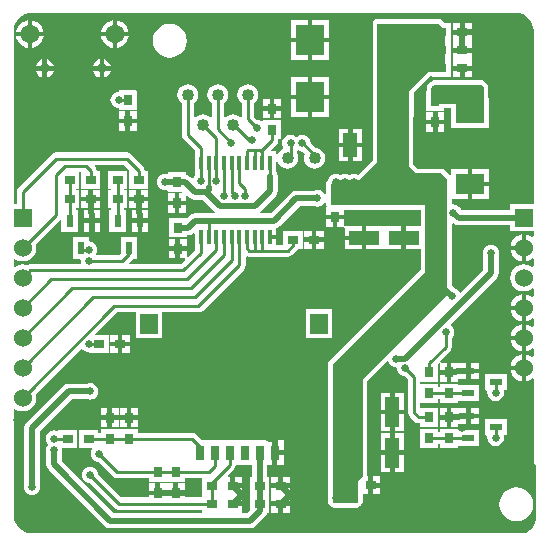
<source format=gbl>
%FSLAX25Y25*%
%MOIN*%
G70*
G01*
G75*
G04 Layer_Physical_Order=2*
G04 Layer_Color=16711680*
%ADD10R,0.03000X0.03500*%
%ADD11R,0.03500X0.03000*%
%ADD12R,0.02362X0.04299*%
%ADD13R,0.08661X0.04134*%
%ADD14R,0.04331X0.03937*%
%ADD15R,0.07874X0.07874*%
%ADD16R,0.02362X0.07874*%
%ADD17R,0.07874X0.02362*%
%ADD18R,0.03937X0.04331*%
%ADD19R,0.04134X0.08661*%
%ADD20R,0.11811X0.04213*%
%ADD21R,0.37008X0.27559*%
%ADD22R,0.01575X0.03937*%
%ADD23R,0.12992X0.07087*%
%ADD24C,0.01000*%
%ADD25C,0.01500*%
%ADD26C,0.02000*%
%ADD27C,0.04000*%
%ADD28C,0.03150*%
%ADD29C,0.07000*%
%ADD30C,0.06000*%
%ADD31R,0.06000X0.06000*%
%ADD32C,0.03150*%
%ADD33C,0.06299*%
%ADD34C,0.02500*%
%ADD35R,0.04299X0.02362*%
%ADD36R,0.04724X0.09843*%
%ADD37R,0.09843X0.04724*%
%ADD38R,0.09449X0.07087*%
%ADD39R,0.09449X0.10236*%
%ADD40R,0.05906X0.06693*%
%ADD41R,0.03150X0.05118*%
%ADD42R,0.04921X0.07874*%
%ADD43R,0.01181X0.04724*%
%ADD44O,0.01181X0.04724*%
%ADD45C,0.04000*%
G36*
X145587Y169740D02*
Y155740D01*
X140087D01*
X137087Y152740D01*
X133587Y149240D01*
Y124240D01*
X135961Y121866D01*
X144508D01*
X146508Y119866D01*
Y81366D01*
X138508Y73366D01*
X118276Y53135D01*
Y46868D01*
Y20868D01*
X117776Y20368D01*
X116776Y19368D01*
Y13868D01*
Y12368D01*
X116276Y11868D01*
X108776D01*
X108276Y12368D01*
Y21368D01*
Y41098D01*
Y43444D01*
Y44868D01*
Y58135D01*
X110508Y60366D01*
X139087Y88945D01*
Y111240D01*
X108087D01*
X107587Y111740D01*
Y118240D01*
X109087Y119740D01*
X117087D01*
X123087Y125740D01*
Y171740D01*
X143587D01*
X145587Y169740D01*
D02*
G37*
G36*
X105698Y112008D02*
X106057Y111859D01*
Y111740D01*
X106063Y111711D01*
Y110990D01*
X106063D01*
X106323Y110931D01*
X106087Y110490D01*
X106063D01*
Y107990D01*
X112063D01*
Y109711D01*
X137557D01*
Y104223D01*
X132640D01*
Y100360D01*
Y96498D01*
X137557D01*
Y89578D01*
X109426Y61448D01*
X109426Y61448D01*
X107195Y59216D01*
X106863Y58720D01*
X106747Y58135D01*
Y44868D01*
Y43444D01*
Y41098D01*
Y21368D01*
Y14491D01*
X106711Y14403D01*
X106616Y13685D01*
X106711Y12967D01*
X106747Y12879D01*
Y12368D01*
X106863Y11783D01*
X107195Y11287D01*
X107695Y10787D01*
X108191Y10455D01*
X108776Y10339D01*
X116276D01*
X116862Y10455D01*
X117358Y10787D01*
X117858Y11287D01*
X118189Y11783D01*
X118306Y12368D01*
Y13868D01*
Y14784D01*
X120159D01*
Y17783D01*
Y20784D01*
X119875D01*
X119806Y20868D01*
Y46868D01*
Y52501D01*
X126434Y59129D01*
X126924Y59032D01*
X127098Y58613D01*
X127539Y58039D01*
X128113Y57598D01*
X128782Y57321D01*
X129500Y57226D01*
X129734Y56992D01*
X129726Y56933D01*
X129821Y56215D01*
X130098Y55546D01*
X130539Y54972D01*
X131113Y54531D01*
X131782Y54254D01*
X132373Y54176D01*
X133461Y53088D01*
Y42000D01*
X133616Y41220D01*
X134058Y40558D01*
X135558Y39058D01*
X135558Y39058D01*
X135558D01*
X135558Y39058D01*
X135558D01*
X135558Y39058D01*
X135558D01*
Y39058D01*
X136220Y38616D01*
X137000Y38461D01*
X137500D01*
Y37250D01*
X143500D01*
Y43750D01*
X137539D01*
Y45250D01*
X143500D01*
Y46461D01*
X144000D01*
Y45250D01*
X150000D01*
Y45819D01*
X157150D01*
Y51181D01*
X150000D01*
Y51750D01*
X144000D01*
Y50539D01*
X143500D01*
Y51750D01*
X137539D01*
Y52250D01*
X143500D01*
Y58220D01*
X143916Y58498D01*
X144000Y58463D01*
Y56250D01*
X146250D01*
Y58750D01*
X144287D01*
X144240Y58863D01*
X144096Y59212D01*
X147442Y62558D01*
X147442Y62558D01*
X147707Y62955D01*
X147884Y63220D01*
X148039Y64000D01*
X148039D01*
Y64000D01*
X148039D01*
Y64000D01*
Y64000D01*
X148039D01*
X148039Y64000D01*
Y66947D01*
X148402Y67420D01*
X148679Y68089D01*
X148774Y68807D01*
X148679Y69525D01*
X148402Y70194D01*
X147961Y70768D01*
X147387Y71209D01*
X147375Y71270D01*
X162889Y86784D01*
X163442Y87611D01*
X163636Y88587D01*
Y94208D01*
X163766Y94522D01*
X163860Y95240D01*
X163766Y95958D01*
X163489Y96627D01*
X163048Y97202D01*
X162473Y97642D01*
X161804Y97919D01*
X161087Y98014D01*
X160369Y97919D01*
X159700Y97642D01*
X159125Y97202D01*
X158685Y96627D01*
X158407Y95958D01*
X158313Y95240D01*
X158407Y94522D01*
X158538Y94208D01*
Y89642D01*
X150944Y82049D01*
X150454Y82147D01*
X150410Y82253D01*
X149969Y82828D01*
X149395Y83268D01*
X149080Y83398D01*
X148037Y84442D01*
Y104926D01*
X148478Y105162D01*
X149251Y104645D01*
X150227Y104451D01*
X167500D01*
Y102500D01*
X175228D01*
Y100760D01*
X174780Y100539D01*
X174269Y100931D01*
X173175Y101384D01*
X172750Y101440D01*
Y96999D01*
Y92560D01*
X173175Y92616D01*
X174269Y93069D01*
X174780Y93461D01*
X175228Y93240D01*
Y90760D01*
X174780Y90539D01*
X174269Y90931D01*
X173175Y91384D01*
X172000Y91539D01*
X170825Y91384D01*
X169731Y90931D01*
X168791Y90209D01*
X168069Y89269D01*
X167616Y88175D01*
X167461Y87000D01*
X167616Y85825D01*
X168069Y84731D01*
X168791Y83791D01*
X169731Y83069D01*
X170825Y82616D01*
X172000Y82461D01*
X173175Y82616D01*
X174269Y83069D01*
X174780Y83461D01*
X175228Y83240D01*
Y80760D01*
X174780Y80539D01*
X174269Y80931D01*
X173175Y81384D01*
X172750Y81440D01*
Y76999D01*
Y72560D01*
X173175Y72616D01*
X174269Y73069D01*
X174780Y73461D01*
X175228Y73240D01*
Y70760D01*
X174780Y70539D01*
X174269Y70931D01*
X173175Y71384D01*
X172750Y71440D01*
Y66999D01*
Y62560D01*
X173175Y62616D01*
X174269Y63069D01*
X174780Y63461D01*
X175228Y63240D01*
Y60760D01*
X174780Y60539D01*
X174269Y60931D01*
X173175Y61384D01*
X172750Y61440D01*
Y56999D01*
Y52560D01*
X173175Y52616D01*
X174269Y53069D01*
X174780Y53461D01*
X175228Y53240D01*
Y25215D01*
X176146Y24297D01*
Y7874D01*
X176147Y7865D01*
X176017Y6536D01*
X175626Y5250D01*
X174993Y4064D01*
X174140Y3025D01*
X173101Y2173D01*
X172657Y1936D01*
X169436D01*
X169345Y1927D01*
X169300Y1936D01*
X149007D01*
X149006Y1937D01*
X7874D01*
X7821Y1927D01*
X6713Y2036D01*
X5596Y2375D01*
X4567Y2925D01*
X3665Y3665D01*
X2925Y4567D01*
X2375Y5596D01*
X2036Y6713D01*
X1927Y7821D01*
X1937Y7874D01*
Y43113D01*
X2386Y43334D01*
X2731Y43069D01*
X3825Y42616D01*
X5000Y42461D01*
X6175Y42616D01*
X7269Y43069D01*
X8209Y43791D01*
X8931Y44731D01*
X9384Y45825D01*
X9539Y47000D01*
X9384Y48175D01*
X9289Y48405D01*
X24227Y63344D01*
X24726Y63311D01*
X25035Y62909D01*
X25609Y62468D01*
X26278Y62191D01*
X26996Y62096D01*
X27140Y61970D01*
Y61866D01*
X33640D01*
Y67866D01*
X29403D01*
X29212Y68328D01*
X36345Y75461D01*
X42587D01*
Y66807D01*
X51492D01*
Y75461D01*
X63500D01*
X64280Y75616D01*
X64942Y76058D01*
X78627Y89743D01*
X79069Y90405D01*
X79224Y91185D01*
Y93929D01*
X79665Y94164D01*
X79720Y94128D01*
X80500Y93973D01*
X80500Y93973D01*
X93258D01*
X94039Y94128D01*
X94700Y94570D01*
X96529Y96398D01*
X96757Y96740D01*
X98337D01*
Y102740D01*
X91837D01*
Y98051D01*
X89512D01*
Y99813D01*
X87420D01*
Y101313D01*
X89512D01*
Y103635D01*
X89762Y103685D01*
X90589Y104238D01*
Y104238D01*
X90589D01*
Y104238D01*
Y104238D01*
Y104238D01*
X90589D01*
X97242Y110891D01*
X102154D01*
X102469Y110761D01*
X103187Y110666D01*
X103904Y110761D01*
X104574Y111038D01*
X105148Y111479D01*
X105584Y112047D01*
X105698Y112008D01*
D02*
G37*
G36*
X7874Y175228D02*
X169291D01*
X169345Y175239D01*
X170453Y175130D01*
X171569Y174791D01*
X172599Y174241D01*
X173501Y173501D01*
X174241Y172599D01*
X174791Y171569D01*
X175130Y170453D01*
X175239Y169345D01*
X175228Y169291D01*
Y111500D01*
X167500D01*
Y109549D01*
X151283D01*
X151019Y109813D01*
X150889Y110127D01*
X150448Y110702D01*
X149873Y111142D01*
X149205Y111419D01*
X148487Y111514D01*
X148413Y111504D01*
X148037Y111834D01*
Y113146D01*
X153250D01*
Y118188D01*
Y123232D01*
X147776D01*
Y121415D01*
X147314Y121223D01*
X145589Y122948D01*
X145093Y123279D01*
X144508Y123396D01*
X136594D01*
X135116Y124874D01*
Y140622D01*
X135287D01*
Y148778D01*
X138168Y151659D01*
X140720Y154211D01*
X141250D01*
Y153819D01*
X147750D01*
Y159819D01*
Y165819D01*
Y171819D01*
X145671D01*
X144668Y172822D01*
X144172Y173153D01*
X143587Y173270D01*
X123087D01*
X122501Y173153D01*
X122005Y172822D01*
X121674Y172325D01*
X121557Y171740D01*
Y126374D01*
X116567Y121383D01*
X116108Y121573D01*
X115390Y121667D01*
X114672Y121573D01*
X114003Y121296D01*
X113969Y121270D01*
X113811D01*
X113777Y121296D01*
X113108Y121573D01*
X112390Y121667D01*
X111672Y121573D01*
X111003Y121296D01*
X110969Y121270D01*
X110811D01*
X110777Y121296D01*
X110108Y121573D01*
X109390Y121667D01*
X108672Y121573D01*
X108003Y121296D01*
X107428Y120855D01*
X106988Y120281D01*
X106711Y119612D01*
X106698Y119514D01*
X106505Y119322D01*
X106174Y118825D01*
X106057Y118240D01*
Y115021D01*
X105698Y114872D01*
X105584Y114833D01*
X105148Y115401D01*
X104574Y115842D01*
X103904Y116119D01*
X103187Y116214D01*
X102469Y116119D01*
X102154Y115989D01*
X96187D01*
X95211Y115795D01*
X94384Y115243D01*
X87731Y108589D01*
X84253D01*
X84108Y109068D01*
X84302Y109198D01*
X89224Y114119D01*
X89776Y114946D01*
X89970Y115921D01*
X89970D01*
Y115921D01*
X89970D01*
Y115921D01*
Y115921D01*
X89970D01*
X89970Y115921D01*
Y121071D01*
X89776Y122046D01*
X89512Y122442D01*
Y125429D01*
X90002Y125527D01*
X90167Y125129D01*
X90728Y124398D01*
X91459Y123837D01*
X92311Y123484D01*
X93224Y123363D01*
X94138Y123484D01*
X94990Y123837D01*
X95721Y124398D01*
X96282Y125129D01*
X96634Y125980D01*
X96755Y126894D01*
X96634Y127807D01*
X96282Y128659D01*
X96264Y128682D01*
Y129255D01*
X96712Y129477D01*
X96775Y129429D01*
X97443Y129151D01*
X98035Y129074D01*
X98957Y128151D01*
X98814Y127807D01*
X98694Y126894D01*
X98814Y125980D01*
X99167Y125129D01*
X99728Y124398D01*
X100459Y123837D01*
X101311Y123484D01*
X102224Y123363D01*
X103138Y123484D01*
X103990Y123837D01*
X104721Y124398D01*
X105282Y125129D01*
X105634Y125980D01*
X105755Y126894D01*
X105634Y127807D01*
X105282Y128659D01*
X104721Y129390D01*
X103990Y129951D01*
X103138Y130304D01*
X102487Y130389D01*
X100918Y131957D01*
X100841Y132549D01*
X100564Y133218D01*
X100123Y133792D01*
X99548Y134233D01*
X98879Y134510D01*
X98161Y134604D01*
X97443Y134510D01*
X96775Y134233D01*
X96268Y133844D01*
X96186Y133855D01*
X95611Y134296D01*
X94942Y134573D01*
X94224Y134667D01*
X93506Y134573D01*
X92838Y134296D01*
X92263Y133855D01*
X91822Y133281D01*
X91545Y132612D01*
X91451Y131894D01*
X91545Y131176D01*
X91822Y130507D01*
X91700Y130051D01*
X91459Y129951D01*
X90728Y129390D01*
X90167Y128659D01*
X90002Y128261D01*
X89512Y128358D01*
Y129228D01*
X87907D01*
X87716Y129690D01*
X89450Y131424D01*
X89892Y132086D01*
X90047Y132866D01*
Y133116D01*
X91008D01*
Y139616D01*
X85008D01*
Y139363D01*
X84559Y139142D01*
X84395Y139268D01*
X83726Y139545D01*
X83135Y139623D01*
X82039Y140719D01*
Y145153D01*
X82496Y145504D01*
X83057Y146235D01*
X83410Y147086D01*
X83530Y148000D01*
X83410Y148914D01*
X83057Y149765D01*
X82496Y150496D01*
X81765Y151057D01*
X80914Y151410D01*
X80000Y151530D01*
X79086Y151410D01*
X78235Y151057D01*
X77504Y150496D01*
X76943Y149765D01*
X76590Y148914D01*
X76470Y148000D01*
X76590Y147086D01*
X76943Y146235D01*
X77504Y145504D01*
X77961Y145153D01*
Y140654D01*
X77496Y140496D01*
X76765Y141057D01*
X75914Y141410D01*
X75000Y141530D01*
X74086Y141410D01*
X73235Y141057D01*
X72504Y140496D01*
X72039Y140654D01*
Y145153D01*
X72496Y145504D01*
X73057Y146235D01*
X73410Y147086D01*
X73530Y148000D01*
X73410Y148914D01*
X73057Y149765D01*
X72496Y150496D01*
X71765Y151057D01*
X70914Y151410D01*
X70000Y151530D01*
X69086Y151410D01*
X68235Y151057D01*
X67504Y150496D01*
X66943Y149765D01*
X66590Y148914D01*
X66470Y148000D01*
X66590Y147086D01*
X66943Y146235D01*
X67504Y145504D01*
X67961Y145153D01*
Y140654D01*
X67496Y140496D01*
X66765Y141057D01*
X65914Y141410D01*
X65000Y141530D01*
X64086Y141410D01*
X63235Y141057D01*
X62504Y140496D01*
X62039Y140654D01*
Y145153D01*
X62496Y145504D01*
X63057Y146235D01*
X63410Y147086D01*
X63530Y148000D01*
X63410Y148914D01*
X63057Y149765D01*
X62496Y150496D01*
X61765Y151057D01*
X60914Y151410D01*
X60000Y151530D01*
X59086Y151410D01*
X58235Y151057D01*
X57504Y150496D01*
X56943Y149765D01*
X56590Y148914D01*
X56470Y148000D01*
X56590Y147086D01*
X56943Y146235D01*
X57504Y145504D01*
X57961Y145153D01*
Y134756D01*
X57961Y134756D01*
X57961D01*
X58116Y133976D01*
X58558Y133314D01*
X62351Y129522D01*
Y127602D01*
X62258Y127138D01*
Y123594D01*
X62351Y123130D01*
Y121226D01*
X61988Y120753D01*
X61790Y120276D01*
X61300Y120179D01*
X60739Y120739D01*
X59913Y121292D01*
X59390Y121396D01*
Y122187D01*
X53390D01*
Y121958D01*
X53014Y121629D01*
X52390Y121711D01*
X51672Y121616D01*
X51003Y121339D01*
X50428Y120898D01*
X49988Y120324D01*
X49711Y119655D01*
X49616Y118937D01*
X49711Y118219D01*
X49988Y117550D01*
X50428Y116976D01*
X51003Y116535D01*
X51672Y116258D01*
X52390Y116163D01*
X53014Y116245D01*
X53390Y115916D01*
Y115687D01*
X58186D01*
X58464Y115271D01*
X58429Y115187D01*
X57140D01*
Y112687D01*
X59390D01*
Y114226D01*
X59852Y114418D01*
X60612Y113657D01*
X60612D01*
X60612Y113657D01*
X60612Y113657D01*
X60612D01*
X60612Y113657D01*
Y113657D01*
X60612Y113657D01*
Y113657D01*
X61439Y113104D01*
X62415Y112910D01*
X65045D01*
X68758Y109198D01*
X68952Y109068D01*
X68807Y108589D01*
X62387D01*
X61411Y108395D01*
X60584Y107843D01*
X59689Y106948D01*
X59587Y106990D01*
Y106990D01*
X59587Y106990D01*
X53587D01*
Y100490D01*
X59587D01*
Y101191D01*
X60087D01*
X61062Y101385D01*
X61858Y101917D01*
X62299Y101681D01*
Y96701D01*
X62351D01*
Y96205D01*
X60049Y93903D01*
X59587Y94094D01*
Y95990D01*
X57337D01*
Y93490D01*
X58982D01*
X59174Y93028D01*
X57685Y91539D01*
X40600D01*
X40409Y92001D01*
X41738Y93331D01*
X42984D01*
Y100630D01*
X37622D01*
Y94982D01*
X37108Y94468D01*
X29665D01*
X29444Y94917D01*
X29492Y94979D01*
X29769Y95648D01*
X29864Y96366D01*
X29769Y97084D01*
X29492Y97753D01*
X29051Y98327D01*
X28477Y98768D01*
X27808Y99045D01*
X27090Y99140D01*
X26984Y99232D01*
Y100630D01*
X21622D01*
Y93331D01*
X24056D01*
X24385Y92955D01*
X24316Y92429D01*
X24384Y91915D01*
X24054Y91539D01*
X7500D01*
X6720Y91384D01*
X6511Y91245D01*
X6175Y91384D01*
X5000Y91539D01*
X3825Y91384D01*
X2731Y90931D01*
X2386Y90666D01*
X1937Y90887D01*
Y93113D01*
X2386Y93334D01*
X2731Y93069D01*
X3825Y92616D01*
X5000Y92461D01*
X6175Y92616D01*
X7269Y93069D01*
X8209Y93791D01*
X8931Y94731D01*
X9384Y95825D01*
X9539Y97000D01*
X9384Y98175D01*
X9289Y98405D01*
X17226Y106342D01*
X17724Y106293D01*
X17882Y106055D01*
Y102417D01*
X23244D01*
Y109716D01*
X22602D01*
Y110240D01*
X23813D01*
Y116240D01*
X22602D01*
Y116740D01*
X23813D01*
Y122201D01*
X24313D01*
Y116740D01*
X30813D01*
Y122740D01*
X29602D01*
X29447Y123521D01*
X29005Y124182D01*
X28948Y124239D01*
X29139Y124701D01*
X38718D01*
X40420Y122999D01*
X40313Y122740D01*
X40313D01*
X40313Y122740D01*
Y116740D01*
X46813D01*
Y122740D01*
X45602D01*
X45447Y123521D01*
X45005Y124182D01*
X41005Y128182D01*
X40343Y128624D01*
X39563Y128779D01*
X16000D01*
X15220Y128624D01*
X14558Y128182D01*
X3558Y117182D01*
X3116Y116521D01*
X2961Y115740D01*
Y111500D01*
X1937D01*
Y169291D01*
X1927Y169345D01*
X2036Y170453D01*
X2375Y171569D01*
X2925Y172599D01*
X3665Y173501D01*
X4567Y174241D01*
X5596Y174791D01*
X6713Y175130D01*
X7821Y175239D01*
X7874Y175228D01*
D02*
G37*
%LPC*%
G36*
X36640Y64116D02*
X34140D01*
Y61866D01*
X36640D01*
Y64116D01*
D02*
G37*
G36*
X40640D02*
X38140D01*
Y61866D01*
X40640D01*
Y64116D01*
D02*
G37*
G36*
X171250Y66250D02*
X167560D01*
X167616Y65825D01*
X168069Y64731D01*
X168791Y63791D01*
X169731Y63069D01*
X170825Y62616D01*
X171250Y62560D01*
Y66250D01*
D02*
G37*
G36*
X108185Y76500D02*
X99279D01*
Y66807D01*
X108185D01*
Y76500D01*
D02*
G37*
G36*
X171250Y71440D02*
X170825Y71384D01*
X169731Y70931D01*
X168791Y70209D01*
X168069Y69269D01*
X167616Y68175D01*
X167560Y67750D01*
X171250D01*
Y71440D01*
D02*
G37*
G36*
X36640Y67866D02*
X34140D01*
Y65616D01*
X36640D01*
Y67866D01*
D02*
G37*
G36*
X40640D02*
X38140D01*
Y65616D01*
X40640D01*
Y67866D01*
D02*
G37*
G36*
X27390Y51896D02*
X26672Y51801D01*
X26357Y51671D01*
X20264D01*
X19288Y51477D01*
X18461Y50924D01*
X6205Y38669D01*
X5653Y37842D01*
X5459Y36866D01*
Y18398D01*
X5329Y18084D01*
X5234Y17366D01*
X5329Y16648D01*
X5606Y15979D01*
X6047Y15405D01*
X6621Y14964D01*
X7290Y14687D01*
X8008Y14592D01*
X8726Y14687D01*
X9395Y14964D01*
X9969Y15405D01*
X10410Y15979D01*
X10687Y16648D01*
X10782Y17366D01*
X10687Y18084D01*
X10557Y18398D01*
Y35810D01*
X21320Y46573D01*
X26357D01*
X26672Y46443D01*
X27390Y46348D01*
X28108Y46443D01*
X28777Y46720D01*
X29351Y47161D01*
X29792Y47735D01*
X30069Y48404D01*
X30163Y49122D01*
X30069Y49840D01*
X29792Y50509D01*
X29351Y51083D01*
X28777Y51524D01*
X28108Y51801D01*
X27390Y51896D01*
D02*
G37*
G36*
X146250Y54750D02*
X144000D01*
Y52250D01*
X146250D01*
Y54750D01*
D02*
G37*
G36*
X132032Y48661D02*
X128919D01*
Y42990D01*
X132032D01*
Y48661D01*
D02*
G37*
G36*
X166236Y54921D02*
X158937D01*
Y49559D01*
X159541D01*
X159871Y49183D01*
X159813Y48740D01*
X159907Y48022D01*
X160185Y47353D01*
X160625Y46779D01*
X161200Y46338D01*
X161869Y46061D01*
X162587Y45966D01*
X163304Y46061D01*
X163973Y46338D01*
X164548Y46779D01*
X164989Y47353D01*
X165266Y48022D01*
X165360Y48740D01*
X165266Y49458D01*
X165333Y49559D01*
X166236D01*
Y54921D01*
D02*
G37*
G36*
X150000Y58750D02*
X147750D01*
Y55499D01*
Y52250D01*
X150000D01*
Y53299D01*
X152750D01*
Y55979D01*
Y58661D01*
X150000D01*
Y58750D01*
D02*
G37*
G36*
X157150Y58661D02*
X154250D01*
Y56730D01*
X157150D01*
Y58661D01*
D02*
G37*
G36*
X171250Y61440D02*
X170825Y61384D01*
X169731Y60931D01*
X168791Y60209D01*
X168069Y59269D01*
X167616Y58175D01*
X167560Y57750D01*
X171250D01*
Y61440D01*
D02*
G37*
G36*
Y56250D02*
X167560D01*
X167616Y55825D01*
X168069Y54731D01*
X168791Y53791D01*
X169731Y53069D01*
X170825Y52616D01*
X171250Y52560D01*
Y56250D01*
D02*
G37*
G36*
X157150Y55230D02*
X154250D01*
Y53299D01*
X157150D01*
Y55230D01*
D02*
G37*
G36*
X105337Y102740D02*
X102837D01*
Y100490D01*
X105337D01*
Y102740D01*
D02*
G37*
G36*
X112063Y106490D02*
X109813D01*
Y103990D01*
X111989D01*
X112343Y103637D01*
Y101053D01*
X118014D01*
Y104165D01*
X112343D01*
D01*
X112343D01*
X112063Y104445D01*
Y106490D01*
D02*
G37*
G36*
X171250Y101440D02*
X170825Y101384D01*
X169731Y100931D01*
X168791Y100209D01*
X168069Y99269D01*
X167616Y98175D01*
X167560Y97750D01*
X171250D01*
Y101440D01*
D02*
G37*
G36*
X101337Y102740D02*
X98837D01*
Y100490D01*
X101337D01*
Y102740D01*
D02*
G37*
G36*
X39813Y122740D02*
X33313D01*
Y116740D01*
X34524D01*
Y116240D01*
X33313D01*
Y110240D01*
X34524D01*
Y109717D01*
X33882D01*
Y102417D01*
X39244D01*
Y109717D01*
X38602D01*
Y110240D01*
X39813D01*
Y116240D01*
X38602D01*
Y116740D01*
X39813D01*
Y122740D01*
D02*
G37*
G36*
X43293Y105317D02*
X41362D01*
Y102417D01*
X43293D01*
Y105317D01*
D02*
G37*
G36*
X27293Y105317D02*
X25362D01*
Y102417D01*
X27293D01*
Y105317D01*
D02*
G37*
G36*
X30724D02*
X28793D01*
Y102417D01*
X30724D01*
Y105317D01*
D02*
G37*
G36*
X59587Y99990D02*
X57337D01*
Y97490D01*
X59587D01*
Y99990D01*
D02*
G37*
G36*
X171250Y96250D02*
X167560D01*
X167616Y95825D01*
X168069Y94731D01*
X168791Y93791D01*
X169731Y93069D01*
X170825Y92616D01*
X171250Y92560D01*
Y96250D01*
D02*
G37*
G36*
X55837Y95990D02*
X53587D01*
Y93490D01*
X55837D01*
Y95990D01*
D02*
G37*
G36*
X171250Y76250D02*
X167560D01*
X167616Y75825D01*
X168069Y74731D01*
X168791Y73791D01*
X169731Y73069D01*
X170825Y72616D01*
X171250Y72560D01*
Y76250D01*
D02*
G37*
G36*
Y81440D02*
X170825Y81384D01*
X169731Y80931D01*
X168791Y80209D01*
X168069Y79269D01*
X167616Y78175D01*
X167560Y77750D01*
X171250D01*
Y81440D01*
D02*
G37*
G36*
X105337Y98990D02*
X102837D01*
Y96740D01*
X105337D01*
Y98990D01*
D02*
G37*
G36*
X55837Y99990D02*
X53587D01*
Y97490D01*
X55837D01*
Y99990D01*
D02*
G37*
G36*
X118014Y99553D02*
X112343D01*
Y96441D01*
X118014D01*
Y99553D01*
D02*
G37*
G36*
X101337Y98990D02*
X98837D01*
Y96740D01*
X101337D01*
Y98990D01*
D02*
G37*
G36*
X127419Y48661D02*
X124307D01*
Y42990D01*
X127419D01*
Y48661D01*
D02*
G37*
G36*
X132032Y27990D02*
X128919D01*
Y22319D01*
X132032D01*
Y27990D01*
D02*
G37*
G36*
X91965D02*
X89640D01*
Y24681D01*
X91965D01*
Y27990D01*
D02*
G37*
G36*
X124160Y20784D02*
X121660D01*
Y18533D01*
X124160D01*
Y20784D01*
D02*
G37*
G36*
X127419Y27990D02*
X124307D01*
Y22319D01*
X127419D01*
Y27990D01*
D02*
G37*
G36*
X132032Y35161D02*
X128919D01*
Y29490D01*
X132032D01*
Y35161D01*
D02*
G37*
G36*
X166236Y39921D02*
X158937D01*
Y34559D01*
X159541D01*
X159871Y34183D01*
X159813Y33740D01*
X159907Y33022D01*
X160185Y32353D01*
X160625Y31779D01*
X161200Y31338D01*
X161869Y31061D01*
X162587Y30966D01*
X163304Y31061D01*
X163973Y31338D01*
X164548Y31779D01*
X164989Y32353D01*
X165266Y33022D01*
X165360Y33740D01*
X165266Y34458D01*
X165333Y34559D01*
X166236D01*
Y39921D01*
D02*
G37*
G36*
X91965Y32799D02*
X89640D01*
Y29490D01*
X91965D01*
Y32799D01*
D02*
G37*
G36*
X127419Y35161D02*
X124307D01*
Y29490D01*
X127419D01*
Y35161D01*
D02*
G37*
G36*
X94140Y20740D02*
X91640D01*
Y18490D01*
X94140D01*
Y20740D01*
D02*
G37*
G36*
Y10990D02*
X91640D01*
Y8740D01*
X94140D01*
Y10990D01*
D02*
G37*
G36*
Y16990D02*
X87640D01*
Y14740D01*
Y12490D01*
X94140D01*
Y14740D01*
Y16990D01*
D02*
G37*
G36*
X169500Y17148D02*
X168038Y16956D01*
X166676Y16392D01*
X165506Y15494D01*
X164608Y14324D01*
X164044Y12962D01*
X163852Y11500D01*
X164044Y10038D01*
X164608Y8676D01*
X165506Y7506D01*
X166676Y6608D01*
X168038Y6044D01*
X169500Y5852D01*
X170962Y6044D01*
X172324Y6608D01*
X173494Y7506D01*
X174392Y8676D01*
X174956Y10038D01*
X175148Y11500D01*
X174956Y12962D01*
X174392Y14324D01*
X173494Y15494D01*
X172324Y16392D01*
X170962Y16956D01*
X169500Y17148D01*
D02*
G37*
G36*
X90140Y10990D02*
X87640D01*
Y8740D01*
X90140D01*
Y10990D01*
D02*
G37*
G36*
X58890Y18490D02*
X56640D01*
Y15990D01*
X58890D01*
Y18490D01*
D02*
G37*
G36*
X90140Y20740D02*
X87640D01*
Y18490D01*
X90140D01*
Y20740D01*
D02*
G37*
G36*
X124160Y17033D02*
X121660D01*
Y14784D01*
X124160D01*
Y17033D01*
D02*
G37*
G36*
X49140Y18490D02*
X46890D01*
Y15990D01*
X49140D01*
Y18490D01*
D02*
G37*
G36*
X33140Y43624D02*
X30890D01*
Y41124D01*
X33140D01*
Y43624D01*
D02*
G37*
G36*
X36890D02*
X34640D01*
Y41124D01*
X36890D01*
Y43624D01*
D02*
G37*
G36*
X150000Y43750D02*
X147750D01*
Y40499D01*
Y37250D01*
X150000D01*
Y38299D01*
X152750D01*
Y40979D01*
Y43661D01*
X150000D01*
Y43750D01*
D02*
G37*
G36*
X157150Y40230D02*
X154250D01*
Y38299D01*
X157150D01*
Y40230D01*
D02*
G37*
G36*
X146250Y43750D02*
X144000D01*
Y41250D01*
X146250D01*
Y43750D01*
D02*
G37*
G36*
X157150Y43661D02*
X154250D01*
Y41730D01*
X157150D01*
Y43661D01*
D02*
G37*
G36*
X39640Y43624D02*
X37390D01*
Y41124D01*
X39640D01*
Y43624D01*
D02*
G37*
G36*
X43390D02*
X41140D01*
Y41124D01*
X43390D01*
Y43624D01*
D02*
G37*
G36*
X146250Y39750D02*
X144000D01*
Y37250D01*
X146250D01*
Y39750D01*
D02*
G37*
G36*
X127419Y41490D02*
X124307D01*
Y35819D01*
X127419D01*
Y41490D01*
D02*
G37*
G36*
X132032D02*
X128919D01*
Y35819D01*
X132032D01*
Y41490D01*
D02*
G37*
G36*
X43390Y36624D02*
X37390D01*
Y35413D01*
X36890D01*
Y36624D01*
X30890D01*
Y35413D01*
X30140D01*
Y36374D01*
X23640D01*
Y30374D01*
X27893D01*
X28114Y29926D01*
X27988Y29761D01*
X27711Y29092D01*
X27616Y28374D01*
X27711Y27656D01*
X27988Y26987D01*
X28428Y26413D01*
X29003Y25972D01*
X29672Y25695D01*
X30263Y25617D01*
X35082Y20798D01*
D01*
X35082Y20798D01*
X35082Y20798D01*
D01*
D01*
D01*
X35082Y20798D01*
Y20798D01*
X35743Y20356D01*
X36524Y20201D01*
X46890D01*
Y18990D01*
X58890D01*
Y20201D01*
X64640D01*
Y14740D01*
Y13779D01*
X58890D01*
Y14490D01*
X55889D01*
Y15239D01*
X55140D01*
Y18490D01*
X50640D01*
Y15239D01*
X49891D01*
Y14490D01*
X46890D01*
Y13779D01*
X37734D01*
X30147Y21367D01*
X30069Y21958D01*
X29792Y22627D01*
X29351Y23201D01*
X28777Y23642D01*
X28108Y23919D01*
X27390Y24014D01*
X26672Y23919D01*
X26003Y23642D01*
X25429Y23201D01*
X24988Y22627D01*
X24711Y21958D01*
X24616Y21240D01*
X24711Y20522D01*
X24988Y19853D01*
X25429Y19279D01*
X26003Y18838D01*
X26672Y18561D01*
X27263Y18483D01*
X35448Y10298D01*
X36109Y9856D01*
X36890Y9701D01*
X64640D01*
Y8740D01*
D01*
Y8740D01*
X64540Y8640D01*
X35222D01*
X17939Y25924D01*
Y28405D01*
X18069Y28719D01*
X18164Y29437D01*
X18069Y30155D01*
X18215Y30374D01*
X23140D01*
Y36374D01*
X16640D01*
Y36283D01*
X16224Y36005D01*
X16108Y36053D01*
X15390Y36148D01*
X14672Y36053D01*
X14003Y35776D01*
X13429Y35335D01*
X12988Y34761D01*
X12711Y34092D01*
X12616Y33374D01*
X12711Y32656D01*
X12988Y31987D01*
X13429Y31413D01*
Y31398D01*
X12988Y30824D01*
X12711Y30155D01*
X12616Y29437D01*
X12711Y28719D01*
X12841Y28405D01*
Y24868D01*
X12841Y24868D01*
X12841D01*
X13035Y23892D01*
X13587Y23065D01*
X32364Y4289D01*
X33191Y3736D01*
X34166Y3542D01*
X80741D01*
X81716Y3736D01*
X82543Y4289D01*
X85692Y7438D01*
X86245Y8265D01*
X86339Y8740D01*
X87140D01*
Y14740D01*
Y20740D01*
X86439D01*
Y24681D01*
X88140D01*
Y28739D01*
Y32799D01*
X64715D01*
X62698Y34816D01*
X62036Y35258D01*
X61256Y35413D01*
X43390D01*
Y36624D01*
D02*
G37*
G36*
X150000Y36750D02*
X144000D01*
Y35539D01*
X143500D01*
Y36750D01*
X137500D01*
Y30250D01*
X143500D01*
Y31461D01*
X144000D01*
Y30250D01*
X150000D01*
Y30819D01*
X157150D01*
Y36181D01*
X150000D01*
Y36750D01*
D02*
G37*
G36*
X39640Y39624D02*
X37390D01*
Y37124D01*
X39640D01*
Y39624D01*
D02*
G37*
G36*
X43390D02*
X41140D01*
Y37124D01*
X43390D01*
Y39624D01*
D02*
G37*
G36*
X33140D02*
X30890D01*
Y37124D01*
X33140D01*
Y39624D01*
D02*
G37*
G36*
X36890D02*
X34640D01*
Y37124D01*
X36890D01*
Y39624D01*
D02*
G37*
G36*
X46724Y105317D02*
X44793D01*
Y102417D01*
X46724D01*
Y105317D01*
D02*
G37*
G36*
X150750Y156069D02*
X148250D01*
Y153819D01*
X150750D01*
Y156069D01*
D02*
G37*
G36*
X154750D02*
X152250D01*
Y153819D01*
X154750D01*
Y156069D01*
D02*
G37*
G36*
X30585Y156023D02*
X28333D01*
X28340Y155970D01*
X28650Y155222D01*
X29142Y154579D01*
X29785Y154087D01*
X30533Y153777D01*
X30585Y153770D01*
Y156023D01*
D02*
G37*
G36*
X34338D02*
X32085D01*
Y153770D01*
X32138Y153777D01*
X32886Y154087D01*
X33528Y154579D01*
X34021Y155222D01*
X34331Y155970D01*
X34338Y156023D01*
D02*
G37*
G36*
X30585Y159775D02*
X30533Y159768D01*
X29785Y159458D01*
X29142Y158965D01*
X28650Y158323D01*
X28340Y157575D01*
X28333Y157522D01*
X30585D01*
Y159775D01*
D02*
G37*
G36*
X32085D02*
Y157522D01*
X34338D01*
X34331Y157575D01*
X34021Y158323D01*
X33528Y158965D01*
X32886Y159458D01*
X32138Y159768D01*
X32085Y159775D01*
D02*
G37*
G36*
X11491D02*
X11438Y159768D01*
X10690Y159458D01*
X10048Y158965D01*
X9555Y158323D01*
X9245Y157575D01*
X9238Y157522D01*
X11491D01*
Y159775D01*
D02*
G37*
G36*
X12991D02*
Y157522D01*
X15244D01*
X15237Y157575D01*
X14927Y158323D01*
X14434Y158965D01*
X13792Y159458D01*
X13044Y159768D01*
X12991Y159775D01*
D02*
G37*
G36*
X15244Y156023D02*
X12991D01*
Y153770D01*
X13044Y153777D01*
X13792Y154087D01*
X14434Y154579D01*
X14927Y155222D01*
X15237Y155970D01*
X15244Y156023D01*
D02*
G37*
G36*
X42890Y149490D02*
X36890D01*
Y149003D01*
X36255Y148919D01*
X35586Y148642D01*
X35011Y148202D01*
X34570Y147627D01*
X34293Y146958D01*
X34199Y146240D01*
X34293Y145522D01*
X34570Y144853D01*
X35011Y144279D01*
X35586Y143838D01*
X36255Y143561D01*
X36890Y143477D01*
Y142990D01*
X42890D01*
Y149490D01*
D02*
G37*
G36*
X87258Y146616D02*
X85008D01*
Y144116D01*
X87258D01*
Y146616D01*
D02*
G37*
G36*
X99967Y146490D02*
X94492D01*
Y140622D01*
X99967D01*
Y146490D01*
D02*
G37*
G36*
X106941D02*
X101467D01*
Y140622D01*
X106941D01*
Y146490D01*
D02*
G37*
G36*
Y153858D02*
X101467D01*
Y147990D01*
X106941D01*
Y153858D01*
D02*
G37*
G36*
X11491Y156023D02*
X9238D01*
X9245Y155970D01*
X9555Y155222D01*
X10048Y154579D01*
X10690Y154087D01*
X11438Y153777D01*
X11491Y153770D01*
Y156023D01*
D02*
G37*
G36*
X91008Y146616D02*
X88758D01*
Y144116D01*
X91008D01*
Y146616D01*
D02*
G37*
G36*
X99967Y153858D02*
X94492D01*
Y147990D01*
X99967D01*
Y153858D01*
D02*
G37*
G36*
X6570Y172781D02*
X6106Y172720D01*
X4975Y172251D01*
X4004Y171506D01*
X3258Y170535D01*
X2790Y169404D01*
X2729Y168940D01*
X6570D01*
Y172781D01*
D02*
G37*
G36*
X8070D02*
Y168940D01*
X11911D01*
X11850Y169404D01*
X11381Y170535D01*
X10636Y171506D01*
X9665Y172251D01*
X8534Y172720D01*
X8070Y172781D01*
D02*
G37*
G36*
X99967Y172858D02*
X94492D01*
Y166990D01*
X99967D01*
Y172858D01*
D02*
G37*
G36*
X106941D02*
X101467D01*
Y166990D01*
X106941D01*
Y172858D01*
D02*
G37*
G36*
X150750Y171819D02*
X148250D01*
Y169569D01*
X150750D01*
Y171819D01*
D02*
G37*
G36*
X154750D02*
X152250D01*
Y169569D01*
X154750D01*
Y171819D01*
D02*
G37*
G36*
X34916Y172781D02*
X34452Y172720D01*
X33321Y172251D01*
X32350Y171506D01*
X31605Y170535D01*
X31136Y169404D01*
X31075Y168940D01*
X34916D01*
Y172781D01*
D02*
G37*
G36*
X36416D02*
Y168940D01*
X40257D01*
X40196Y169404D01*
X39728Y170535D01*
X38982Y171506D01*
X38011Y172251D01*
X36880Y172720D01*
X36416Y172781D01*
D02*
G37*
G36*
X40257Y167440D02*
X36416D01*
Y163599D01*
X36880Y163660D01*
X38011Y164128D01*
X38982Y164874D01*
X39728Y165845D01*
X40196Y166976D01*
X40257Y167440D01*
D02*
G37*
G36*
X106941Y165490D02*
X101467D01*
Y159622D01*
X106941D01*
Y165490D01*
D02*
G37*
G36*
X54000Y171648D02*
X52538Y171456D01*
X51176Y170892D01*
X50006Y169994D01*
X49108Y168824D01*
X48544Y167462D01*
X48352Y166000D01*
X48544Y164538D01*
X49108Y163176D01*
X50006Y162006D01*
X51176Y161108D01*
X52538Y160544D01*
X54000Y160352D01*
X55462Y160544D01*
X56824Y161108D01*
X57994Y162006D01*
X58892Y163176D01*
X59456Y164538D01*
X59648Y166000D01*
X59456Y167462D01*
X58892Y168824D01*
X57994Y169994D01*
X56824Y170892D01*
X55462Y171456D01*
X54000Y171648D01*
D02*
G37*
G36*
X154750Y162069D02*
X148250D01*
Y159819D01*
Y157569D01*
X154750D01*
Y159819D01*
Y162069D01*
D02*
G37*
G36*
X99967Y165490D02*
X94492D01*
Y159622D01*
X99967D01*
Y165490D01*
D02*
G37*
G36*
X11911Y167440D02*
X8070D01*
Y163599D01*
X8534Y163660D01*
X9665Y164128D01*
X10636Y164874D01*
X11381Y165845D01*
X11850Y166976D01*
X11911Y167440D01*
D02*
G37*
G36*
X34916D02*
X31075D01*
X31136Y166976D01*
X31605Y165845D01*
X32350Y164874D01*
X33321Y164128D01*
X34452Y163660D01*
X34916Y163599D01*
Y167440D01*
D02*
G37*
G36*
X154750Y168069D02*
X148250D01*
Y165819D01*
Y163569D01*
X154750D01*
Y165819D01*
Y168069D01*
D02*
G37*
G36*
X6570Y167440D02*
X2729D01*
X2790Y166976D01*
X3258Y165845D01*
X4004Y164874D01*
X4975Y164128D01*
X6106Y163660D01*
X6570Y163599D01*
Y167440D01*
D02*
G37*
G36*
X46813Y112490D02*
X44313D01*
Y110240D01*
X46813D01*
Y112490D01*
D02*
G37*
G36*
X55640Y115187D02*
X53390D01*
Y112687D01*
X55640D01*
Y115187D01*
D02*
G37*
G36*
X30813Y112490D02*
X28313D01*
Y110240D01*
X30813D01*
Y112490D01*
D02*
G37*
G36*
X42813D02*
X40313D01*
Y110240D01*
X42813D01*
Y112490D01*
D02*
G37*
G36*
X30813Y116240D02*
X28313D01*
Y113990D01*
X30813D01*
Y116240D01*
D02*
G37*
G36*
X42813D02*
X40313D01*
Y113990D01*
X42813D01*
Y116240D01*
D02*
G37*
G36*
X160224Y117439D02*
X154750D01*
Y113146D01*
X160224D01*
Y117439D01*
D02*
G37*
G36*
X26813Y116240D02*
X24313D01*
Y113990D01*
X26813D01*
Y116240D01*
D02*
G37*
G36*
Y112490D02*
X24313D01*
Y110240D01*
X26813D01*
Y112490D01*
D02*
G37*
G36*
X27293Y109716D02*
X25362D01*
Y106817D01*
X27293D01*
Y109716D01*
D02*
G37*
G36*
X30724D02*
X28793D01*
Y106817D01*
X30724D01*
Y109716D01*
D02*
G37*
G36*
X108313Y106490D02*
X106063D01*
Y103990D01*
X108313D01*
Y106490D01*
D02*
G37*
G36*
X125539Y104223D02*
D01*
D01*
X125539Y104223D01*
X125469Y104223D01*
X125185Y104165D01*
X125185D01*
X125115Y104165D01*
X125115Y104165D01*
Y104165D01*
X119514D01*
Y100302D01*
Y96441D01*
X125185D01*
Y96441D01*
X125242Y96498D01*
X125539Y96498D01*
X125539D01*
Y96498D01*
D01*
D01*
D01*
X131140D01*
Y100360D01*
Y104223D01*
X125539D01*
X125539Y104223D01*
D02*
G37*
G36*
X55640Y111187D02*
X53390D01*
Y108687D01*
X55640D01*
Y111187D01*
D02*
G37*
G36*
X59390D02*
X57140D01*
Y108687D01*
X59390D01*
Y111187D01*
D02*
G37*
G36*
X43293Y109717D02*
X41362D01*
Y106817D01*
X43293D01*
Y109717D01*
D02*
G37*
G36*
X46724D02*
X44793D01*
Y106817D01*
X46724D01*
Y109717D01*
D02*
G37*
G36*
X46813Y116240D02*
X44313D01*
Y113990D01*
X46813D01*
Y116240D01*
D02*
G37*
G36*
X158008Y152796D02*
X142008D01*
X141423Y152679D01*
X140926Y152348D01*
X140826Y152248D01*
X140545Y151966D01*
X140539Y151961D01*
X140534Y151955D01*
X140026Y151448D01*
X139695Y150951D01*
X139578Y150366D01*
Y149250D01*
X139500D01*
Y142750D01*
X145500D01*
Y143437D01*
X147776D01*
Y136768D01*
X160224D01*
Y146854D01*
X160137D01*
Y150666D01*
X160021Y151251D01*
X159689Y151748D01*
X159089Y152348D01*
X158593Y152679D01*
X158008Y152796D01*
D02*
G37*
G36*
X141750Y142250D02*
X139500D01*
Y139750D01*
X141750D01*
Y142250D01*
D02*
G37*
G36*
X42890Y138490D02*
X40640D01*
Y135990D01*
X42890D01*
Y138490D01*
D02*
G37*
G36*
X91008Y142616D02*
X88758D01*
Y140116D01*
X91008D01*
Y142616D01*
D02*
G37*
G36*
X42890Y142490D02*
X40640D01*
Y139990D01*
X42890D01*
Y142490D01*
D02*
G37*
G36*
X87258Y142616D02*
X85008D01*
Y140116D01*
X87258D01*
Y142616D01*
D02*
G37*
G36*
X145500Y142250D02*
X143250D01*
Y139750D01*
X145500D01*
Y142250D01*
D02*
G37*
G36*
X39140Y142490D02*
X36890D01*
Y139990D01*
X39140D01*
Y142490D01*
D02*
G37*
G36*
X113431Y136677D02*
X110221D01*
Y131990D01*
X113431D01*
Y136677D01*
D02*
G37*
G36*
X160224Y123232D02*
X154750D01*
Y118939D01*
X160224D01*
Y123232D01*
D02*
G37*
G36*
X113431Y130490D02*
X110221D01*
Y125803D01*
X113431D01*
Y130490D01*
D02*
G37*
G36*
X118142D02*
X114931D01*
Y125803D01*
X118142D01*
Y130490D01*
D02*
G37*
G36*
X145500Y138250D02*
X143250D01*
Y135750D01*
X145500D01*
Y138250D01*
D02*
G37*
G36*
X39140Y138490D02*
X36890D01*
Y135990D01*
X39140D01*
Y138490D01*
D02*
G37*
G36*
X118142Y136677D02*
X114931D01*
Y131990D01*
X118142D01*
Y136677D01*
D02*
G37*
G36*
X141750Y138250D02*
X139500D01*
Y135750D01*
X141750D01*
Y138250D01*
D02*
G37*
%LPD*%
G36*
X81341Y20740D02*
X80640D01*
Y14740D01*
Y9595D01*
X79685Y8640D01*
X78140D01*
Y8740D01*
X78140D01*
Y10990D01*
X74889D01*
Y12490D01*
X78140D01*
Y14740D01*
Y16990D01*
X74889D01*
Y17739D01*
X74140D01*
Y20740D01*
X73427D01*
X73236Y21202D01*
X75332Y23298D01*
X75774Y23960D01*
X75917Y24681D01*
X81341D01*
Y20740D01*
D02*
G37*
G36*
X158608Y150666D02*
Y144966D01*
X141308D01*
X141108Y145166D01*
Y148666D01*
Y150366D01*
X141908Y151166D01*
X142008Y151266D01*
X158008D01*
X158608Y150666D01*
D02*
G37*
%LPC*%
G36*
X78140Y20740D02*
X75640D01*
Y18490D01*
X78140D01*
Y20740D01*
D02*
G37*
%LPD*%
D10*
X147000Y48500D02*
D03*
Y55500D02*
D03*
X140500D02*
D03*
Y48500D02*
D03*
Y40500D02*
D03*
Y33500D02*
D03*
X147000D02*
D03*
Y40500D02*
D03*
X109063Y107240D02*
D03*
Y114240D02*
D03*
X49890Y15240D02*
D03*
Y22240D02*
D03*
X40390Y40374D02*
D03*
Y33374D02*
D03*
X55890Y15240D02*
D03*
Y22240D02*
D03*
X33890Y40374D02*
D03*
Y33374D02*
D03*
X56587Y96740D02*
D03*
Y103740D02*
D03*
X142500Y139000D02*
D03*
Y146000D02*
D03*
X39890Y139240D02*
D03*
Y146240D02*
D03*
X88008Y136366D02*
D03*
Y143366D02*
D03*
X56390Y118937D02*
D03*
Y111937D02*
D03*
D11*
X19890Y33374D02*
D03*
X26890D02*
D03*
X37390Y64866D02*
D03*
X30390D02*
D03*
X20563Y113240D02*
D03*
X27563D02*
D03*
Y119740D02*
D03*
X20563D02*
D03*
X43563D02*
D03*
X36563D02*
D03*
Y113240D02*
D03*
X43563D02*
D03*
X120910Y17784D02*
D03*
X113909D02*
D03*
X74890Y11740D02*
D03*
X67890D02*
D03*
X74890Y17740D02*
D03*
X67890D02*
D03*
X83890D02*
D03*
X90890D02*
D03*
X83890Y11740D02*
D03*
X90890D02*
D03*
X144500Y156819D02*
D03*
X151500D02*
D03*
X144500Y168819D02*
D03*
X151500D02*
D03*
X144500Y162819D02*
D03*
X151500D02*
D03*
X102087Y99740D02*
D03*
X95087D02*
D03*
D12*
X24303Y96980D02*
D03*
X28043Y106067D02*
D03*
X20563D02*
D03*
X40303Y96980D02*
D03*
X44043Y106067D02*
D03*
X36563D02*
D03*
D24*
X26996Y64870D02*
X30390D01*
X96000Y99740D02*
Y100512D01*
X84087Y129740D02*
X84862Y128965D01*
X82303Y125366D02*
Y129740D01*
X84087D02*
X84882D01*
X82303D02*
X84087D01*
X80087D02*
X82303D01*
X67890Y17740D02*
Y18740D01*
Y11740D02*
Y17740D01*
X55890Y22240D02*
X66890D01*
X49890D02*
X55890D01*
X36524D02*
X49890D01*
X40390Y33374D02*
X61256D01*
X33890D02*
X40390D01*
X26890D02*
X33890D01*
X147000Y33500D02*
X153500D01*
X140500D02*
X147000D01*
X20563Y113240D02*
Y119740D01*
Y106067D02*
Y113240D01*
X36563D02*
Y119740D01*
Y106067D02*
Y113240D01*
X69508Y125366D02*
Y133492D01*
Y119366D02*
Y125366D01*
X64390D02*
Y130366D01*
Y119366D02*
Y125366D01*
X147000Y48500D02*
X153500D01*
X140500D02*
X147000D01*
X36972Y146240D02*
X39890D01*
X39836Y146294D02*
X39890Y146240D01*
X67890Y18740D02*
X73890Y24740D01*
Y28740D01*
X162587Y33740D02*
Y37240D01*
X146000Y64000D02*
Y68807D01*
X140500Y58500D02*
X146000Y64000D01*
X140500Y55500D02*
Y58500D01*
X137000Y40500D02*
X140500D01*
X135500Y42000D02*
Y53933D01*
Y42000D02*
X137000Y40500D01*
X132500Y56933D02*
X135500Y53933D01*
X102224Y126894D02*
Y127768D01*
X98161Y131831D02*
X102224Y127768D01*
X77185Y91185D02*
Y100563D01*
X63500Y77500D02*
X77185Y91185D01*
X74626Y92869D02*
Y100563D01*
X62257Y80500D02*
X74626Y92869D01*
X72067Y94552D02*
Y100563D01*
X61015Y83500D02*
X72067Y94552D01*
X69508Y96236D02*
Y100563D01*
X59772Y86500D02*
X69508Y96236D01*
X64390Y95360D02*
Y100563D01*
X58529Y89500D02*
X64390Y95360D01*
X28500Y80500D02*
X62257D01*
X21500Y83500D02*
X61015D01*
X14500Y86500D02*
X59772D01*
X7500Y89500D02*
X58529D01*
X35500Y77500D02*
X63500D01*
X5000Y87000D02*
X7500Y89500D01*
X5000Y77000D02*
X14500Y86500D01*
X5000Y67000D02*
X21500Y83500D01*
X5000Y57000D02*
X28500Y80500D01*
X5000Y47000D02*
X35500Y77500D01*
X16063Y108063D02*
Y121240D01*
X19063Y124240D01*
X26063D01*
X5000Y97000D02*
X16063Y108063D01*
X16000Y126740D02*
X39563D01*
X5000Y115740D02*
X16000Y126740D01*
X5000Y107000D02*
Y115740D01*
X162587Y48740D02*
Y52240D01*
X84862Y96150D02*
Y100563D01*
X82303Y96209D02*
Y100563D01*
X79744Y96768D02*
X80500Y96012D01*
X79744Y96768D02*
Y100563D01*
X68890Y24240D02*
Y28740D01*
X66890Y22240D02*
X68890Y24240D01*
X61256Y33374D02*
X63890Y30740D01*
X15390Y33374D02*
X19890D01*
X43563Y119740D02*
Y122740D01*
X39563Y126740D02*
X43563Y122740D01*
X26063Y124240D02*
X27563Y122740D01*
Y119740D02*
Y122740D01*
X24303Y96980D02*
X24917Y96366D01*
X27390D01*
Y92429D02*
X37953D01*
X40390Y94866D01*
Y96894D01*
X40303Y96980D02*
X40390Y96894D01*
X27390Y21240D02*
X36890Y11740D01*
X67890D01*
X30390Y28374D02*
X36524Y22240D01*
X87421Y121071D02*
Y125366D01*
X84862D02*
Y128965D01*
X79744Y129398D02*
X80087Y129740D01*
X79744Y125366D02*
Y129398D01*
X66949Y117425D02*
Y125366D01*
X72067Y114366D02*
Y125366D01*
X74626Y115366D02*
Y125366D01*
Y115366D02*
X75626Y114366D01*
X77185Y118489D02*
X79185Y116489D01*
Y114366D02*
Y116489D01*
X77185Y118489D02*
Y125366D01*
X84882Y129740D02*
X88008Y132866D01*
Y136366D01*
X94224Y127894D02*
Y131894D01*
X93224Y126894D02*
X94224Y127894D01*
X60000Y134756D02*
Y148000D01*
Y134756D02*
X64390Y130366D01*
X65000Y138000D02*
X69508Y133492D01*
X70000Y136433D02*
X74539Y131894D01*
X70000Y136433D02*
Y148000D01*
X75000Y138000D02*
X75256D01*
X80000Y139874D02*
Y148000D01*
Y139874D02*
X83008Y136866D01*
X95087Y97840D02*
Y99740D01*
X93258Y96012D02*
X95087Y97840D01*
X80500Y96012D02*
X93258D01*
X66949Y104802D02*
X67387Y105240D01*
X66949Y100563D02*
Y104802D01*
X78650Y134606D02*
X80390Y132866D01*
X81390D01*
X75256Y138000D02*
X78650Y134606D01*
D26*
X86224Y33990D02*
X86974Y33240D01*
X88890D01*
X83890Y17740D02*
Y27740D01*
Y11740D02*
Y17740D01*
Y9240D02*
Y11740D01*
X151390Y163760D02*
Y168819D01*
X55890Y15240D02*
X60390D01*
X49890D02*
X55890D01*
X56390Y118937D02*
X58937D01*
X52390D02*
X56390D01*
X93890Y14740D02*
X94890D01*
X90890Y11740D02*
X93890Y14740D01*
X90890Y17740D02*
X93890Y14740D01*
X77890D02*
X78890D01*
X74890Y11740D02*
X77890Y14740D01*
X74890Y17740D02*
X77890Y14740D01*
X80741Y6091D02*
X83890Y9240D01*
X15390Y24868D02*
X34166Y6091D01*
X80741D01*
X15390Y24868D02*
Y29437D01*
X28043Y101784D02*
X29087Y100740D01*
X28043Y101784D02*
Y106067D01*
X66101Y115459D02*
X67008Y116366D01*
X66101Y115459D02*
X70560Y111000D01*
X62415Y115459D02*
X66101D01*
X161087Y88587D02*
Y95240D01*
X132500Y60000D02*
X161087Y88587D01*
X129500Y60000D02*
X132500D01*
X150827Y40980D02*
X153500D01*
X151500Y168819D02*
X156390D01*
X88890Y28740D02*
Y33240D01*
X43563Y108740D02*
Y113240D01*
Y108740D02*
X44063Y108240D01*
Y106087D02*
Y108240D01*
X44043Y106067D02*
X44063Y106087D01*
X27563Y108740D02*
Y113240D01*
Y108740D02*
X28063Y108240D01*
Y106087D02*
Y108240D01*
X28043Y106067D02*
X28063Y106087D01*
X147000Y55500D02*
X149346D01*
X149827Y55980D01*
X153500D01*
X147000Y40500D02*
X150346D01*
X150827Y40980D01*
X145508Y83366D02*
X148008Y80866D01*
X20264Y49122D02*
X27390D01*
X8008Y36866D02*
X20264Y49122D01*
X67008Y116366D02*
Y117366D01*
X58937Y118937D02*
X62415Y115459D01*
X8008Y17366D02*
Y36866D01*
X82500Y111000D02*
X87421Y115921D01*
X70560Y111000D02*
X82500D01*
X87421Y115921D02*
Y121071D01*
X148487Y108740D02*
X150227Y107000D01*
X172000D01*
X56587Y103740D02*
X60087D01*
X62387Y106040D01*
X96187Y113440D02*
X103187D01*
X62387Y106040D02*
X88787D01*
X96187Y113440D01*
D30*
X172000Y77000D02*
D03*
Y57000D02*
D03*
Y67000D02*
D03*
Y87000D02*
D03*
Y97000D02*
D03*
X5000Y47000D02*
D03*
Y57000D02*
D03*
Y67000D02*
D03*
Y77000D02*
D03*
Y87000D02*
D03*
Y97000D02*
D03*
D31*
X172000Y107000D02*
D03*
X5000D02*
D03*
D32*
X31335Y156772D02*
D03*
X12241D02*
D03*
D33*
X35666Y168190D02*
D03*
X7320D02*
D03*
D34*
X45500Y37000D02*
D03*
X122500Y35500D02*
D03*
X132000Y95500D02*
D03*
Y108000D02*
D03*
X102500Y109000D02*
D03*
X4000Y119500D02*
D03*
X3000Y39500D02*
D03*
X17500Y14000D02*
D03*
X101000Y53500D02*
D03*
X100000Y31500D02*
D03*
X77500Y41000D02*
D03*
X82000Y52500D02*
D03*
X57000Y41500D02*
D03*
X58000Y54000D02*
D03*
X116000Y146000D02*
D03*
X115500Y156500D02*
D03*
X116000Y169000D02*
D03*
X169000Y173500D02*
D03*
X172000Y22000D02*
D03*
X126500Y4000D02*
D03*
X137500Y18500D02*
D03*
X171000Y34500D02*
D03*
X146500Y16000D02*
D03*
X147500Y4000D02*
D03*
X65000Y170500D02*
D03*
X43000D02*
D03*
X40200Y134800D02*
D03*
X43000Y150500D02*
D03*
X42000Y162000D02*
D03*
X65000Y143000D02*
D03*
Y150500D02*
D03*
Y160500D02*
D03*
X163500Y65000D02*
D03*
X172000Y49000D02*
D03*
X162000Y82000D02*
D03*
X150500Y89500D02*
D03*
X131500Y88000D02*
D03*
X104000Y94500D02*
D03*
X115000Y80500D02*
D03*
X81200Y73900D02*
D03*
X81800Y89400D02*
D03*
X97200Y66600D02*
D03*
X57800Y65900D02*
D03*
X36972Y146240D02*
D03*
X161500Y7000D02*
D03*
X23500Y130500D02*
D03*
X29087Y100740D02*
D03*
X161087Y95240D02*
D03*
X129500Y60000D02*
D03*
X162587Y48740D02*
D03*
X156890Y173484D02*
D03*
X88890Y33240D02*
D03*
X27390Y49122D02*
D03*
X115390Y13685D02*
D03*
X112390D02*
D03*
X109390D02*
D03*
X12890Y134740D02*
D03*
X26996Y64870D02*
D03*
X94890Y14740D02*
D03*
X78890D02*
D03*
X60390Y15240D02*
D03*
X30390Y28374D02*
D03*
X15390Y33374D02*
D03*
X27390Y21240D02*
D03*
X27090Y96366D02*
D03*
Y92429D02*
D03*
X72067Y114366D02*
D03*
X75626D02*
D03*
X79185D02*
D03*
X15390Y29437D02*
D03*
X52390Y118937D02*
D03*
X132500Y56933D02*
D03*
X146000Y68807D02*
D03*
X162587Y33740D02*
D03*
X137087Y164240D02*
D03*
X140087D02*
D03*
Y161240D02*
D03*
X137087D02*
D03*
X64390Y119366D02*
D03*
X83008Y136866D02*
D03*
X69508Y119366D02*
D03*
X148008Y80866D02*
D03*
X8008Y17366D02*
D03*
X142500Y150000D02*
D03*
X149500D02*
D03*
X156500D02*
D03*
X94224Y131894D02*
D03*
X98161Y131831D02*
D03*
X74539Y131894D02*
D03*
X81390Y132866D02*
D03*
X103187Y113440D02*
D03*
X148487Y108740D02*
D03*
X109390Y118894D02*
D03*
X112390D02*
D03*
X115390D02*
D03*
X47000Y94500D02*
D03*
X45000Y56500D02*
D03*
X162500Y21000D02*
D03*
X151500Y37000D02*
D03*
X14800Y37600D02*
D03*
D35*
X162587Y52240D02*
D03*
X153500Y55980D02*
D03*
Y48500D02*
D03*
X162587Y37240D02*
D03*
X153500Y40980D02*
D03*
Y33500D02*
D03*
D36*
X114390Y42240D02*
D03*
X128169D02*
D03*
Y28740D02*
D03*
X114390D02*
D03*
D37*
X118764Y114083D02*
D03*
Y100303D02*
D03*
X131890Y114140D02*
D03*
Y100361D02*
D03*
D38*
X154000Y141811D02*
D03*
Y118189D02*
D03*
D39*
X129063Y147240D02*
D03*
X100716D02*
D03*
X129063Y166240D02*
D03*
X100716D02*
D03*
D40*
X47039Y71654D02*
D03*
X103732D02*
D03*
D41*
X68890Y28740D02*
D03*
X88890D02*
D03*
X78890D02*
D03*
X63890D02*
D03*
X73890D02*
D03*
X83890D02*
D03*
D42*
X128945Y131240D02*
D03*
X114181D02*
D03*
D43*
X66949Y125366D02*
D03*
X87421D02*
D03*
X66949Y100563D02*
D03*
X87421D02*
D03*
X69508Y125366D02*
D03*
X72067Y100563D02*
D03*
X69508D02*
D03*
X64390D02*
D03*
X77185D02*
D03*
X74626D02*
D03*
Y125366D02*
D03*
X79744D02*
D03*
X82303D02*
D03*
X84862D02*
D03*
Y100563D02*
D03*
X82303D02*
D03*
X79744D02*
D03*
X72067Y125366D02*
D03*
X77185D02*
D03*
D44*
X64390D02*
D03*
D45*
X65000Y138000D02*
D03*
X80000Y148000D02*
D03*
X93224Y126894D02*
D03*
X70000Y148000D02*
D03*
X75000Y138000D02*
D03*
X60000Y148000D02*
D03*
X102224Y126894D02*
D03*
M02*

</source>
